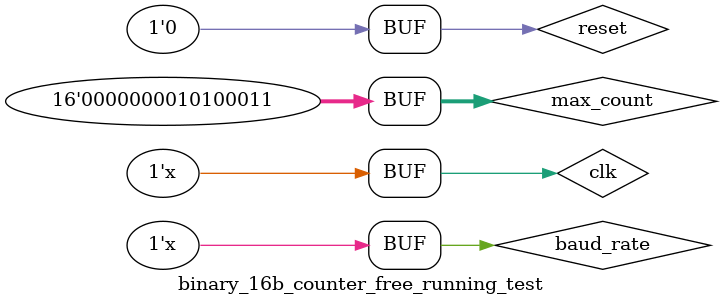
<source format=v>
`timescale 1ns / 1ps


module binary_16b_counter_free_running_test;

	// Inputs
	reg clk;
	reg reset;
	reg [15:0] max_count;

	// Outputs
	wire max_tick;
	
	reg baud_rate;

	// Instantiate the Unit Under Test (UUT)
	binary_16b_counter_free_running uut (
		.clk(clk), 
		.reset(reset), 
		.max_count(max_count), 
		.max_tick(max_tick)
	);

	initial begin
		// Initialize Inputs
		clk = 0;
		reset = 1;
		max_count = 0;
		
		baud_rate = 0;

		// Wait 100 ns for global reset to finish
		#100;
        
		// Add stimulus here
		reset = 0;
		
		#20;
		max_count = 163;

	end
	
	always #10 clk = ~clk;
	always #26041.7 baud_rate = ~baud_rate;
	
      
endmodule


</source>
